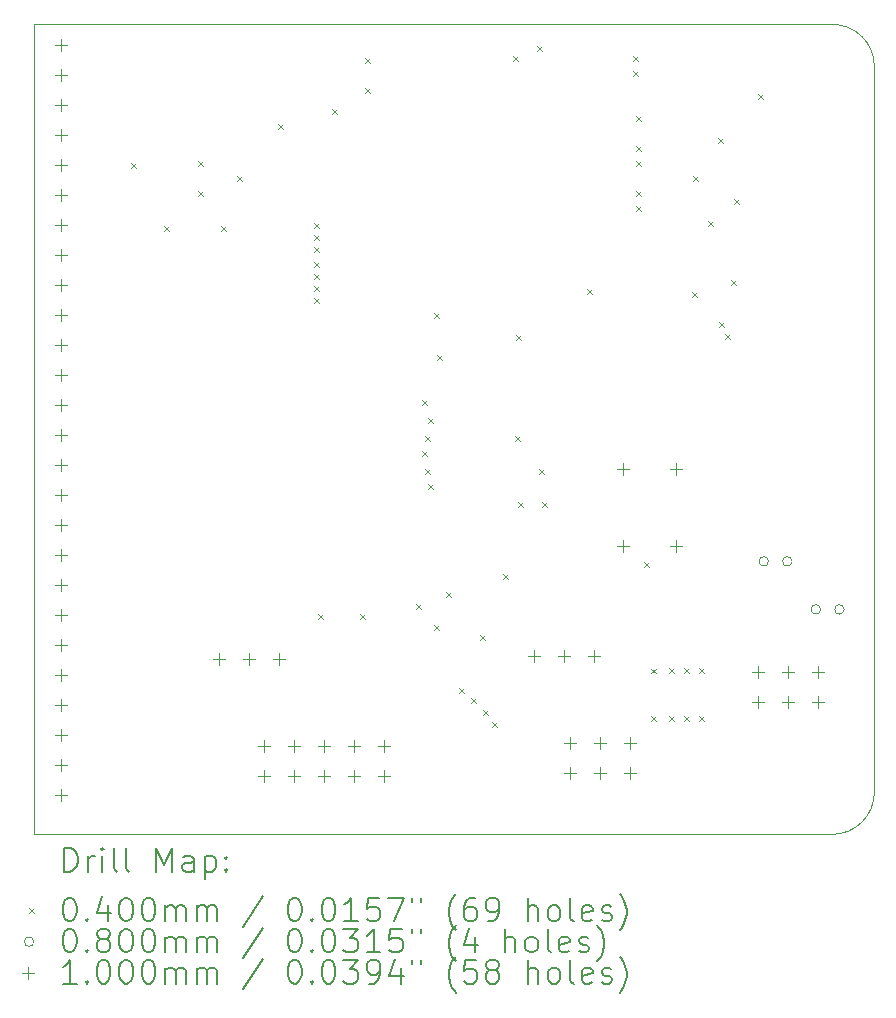
<source format=gbr>
%FSLAX45Y45*%
G04 Gerber Fmt 4.5, Leading zero omitted, Abs format (unit mm)*
G04 Created by KiCad (PCBNEW (6.0.0)) date 2022-01-04 00:38:17*
%MOMM*%
%LPD*%
G01*
G04 APERTURE LIST*
%TA.AperFunction,Profile*%
%ADD10C,0.100000*%
%TD*%
%ADD11C,0.200000*%
%ADD12C,0.040000*%
%ADD13C,0.080000*%
%ADD14C,0.100000*%
G04 APERTURE END LIST*
D10*
X18948400Y-11938000D02*
G75*
G03*
X19304000Y-11582400I0J355600D01*
G01*
X18948400Y-5080000D02*
X12192000Y-5080000D01*
X19304000Y-11582400D02*
X19304000Y-5435600D01*
X12192000Y-5080000D02*
X12192000Y-11938000D01*
X12192000Y-11938000D02*
X18948400Y-11938000D01*
X19304000Y-5435600D02*
G75*
G03*
X18948400Y-5080000I-355600J0D01*
G01*
D11*
D12*
X13010200Y-6253800D02*
X13050200Y-6293800D01*
X13050200Y-6253800D02*
X13010200Y-6293800D01*
X13289600Y-6787200D02*
X13329600Y-6827200D01*
X13329600Y-6787200D02*
X13289600Y-6827200D01*
X13581700Y-6241100D02*
X13621700Y-6281100D01*
X13621700Y-6241100D02*
X13581700Y-6281100D01*
X13581700Y-6495100D02*
X13621700Y-6535100D01*
X13621700Y-6495100D02*
X13581700Y-6535100D01*
X13772200Y-6787200D02*
X13812200Y-6827200D01*
X13812200Y-6787200D02*
X13772200Y-6827200D01*
X13911900Y-6368100D02*
X13951900Y-6408100D01*
X13951900Y-6368100D02*
X13911900Y-6408100D01*
X14254800Y-5923600D02*
X14294800Y-5963600D01*
X14294800Y-5923600D02*
X14254800Y-5963600D01*
X14559600Y-6761800D02*
X14599600Y-6801800D01*
X14599600Y-6761800D02*
X14559600Y-6801800D01*
X14559600Y-6863400D02*
X14599600Y-6903400D01*
X14599600Y-6863400D02*
X14559600Y-6903400D01*
X14559600Y-6965000D02*
X14599600Y-7005000D01*
X14599600Y-6965000D02*
X14559600Y-7005000D01*
X14559600Y-7092000D02*
X14599600Y-7132000D01*
X14599600Y-7092000D02*
X14559600Y-7132000D01*
X14559600Y-7193600D02*
X14599600Y-7233600D01*
X14599600Y-7193600D02*
X14559600Y-7233600D01*
X14559600Y-7295200D02*
X14599600Y-7335200D01*
X14599600Y-7295200D02*
X14559600Y-7335200D01*
X14559600Y-7396800D02*
X14599600Y-7436800D01*
X14599600Y-7396800D02*
X14559600Y-7436800D01*
X14597700Y-10076500D02*
X14637700Y-10116500D01*
X14637700Y-10076500D02*
X14597700Y-10116500D01*
X14712000Y-5796600D02*
X14752000Y-5836600D01*
X14752000Y-5796600D02*
X14712000Y-5836600D01*
X14953300Y-10076500D02*
X14993300Y-10116500D01*
X14993300Y-10076500D02*
X14953300Y-10116500D01*
X14991400Y-5364800D02*
X15031400Y-5404800D01*
X15031400Y-5364800D02*
X14991400Y-5404800D01*
X14991400Y-5618800D02*
X15031400Y-5658800D01*
X15031400Y-5618800D02*
X14991400Y-5658800D01*
X15423200Y-9987600D02*
X15463200Y-10027600D01*
X15463200Y-9987600D02*
X15423200Y-10027600D01*
X15474000Y-8260400D02*
X15514000Y-8300400D01*
X15514000Y-8260400D02*
X15474000Y-8300400D01*
X15474000Y-8692200D02*
X15514000Y-8732200D01*
X15514000Y-8692200D02*
X15474000Y-8732200D01*
X15499400Y-8565200D02*
X15539400Y-8605200D01*
X15539400Y-8565200D02*
X15499400Y-8605200D01*
X15499400Y-8844600D02*
X15539400Y-8884600D01*
X15539400Y-8844600D02*
X15499400Y-8884600D01*
X15524800Y-8412800D02*
X15564800Y-8452800D01*
X15564800Y-8412800D02*
X15524800Y-8452800D01*
X15524800Y-8971600D02*
X15564800Y-9011600D01*
X15564800Y-8971600D02*
X15524800Y-9011600D01*
X15575600Y-7523800D02*
X15615600Y-7563800D01*
X15615600Y-7523800D02*
X15575600Y-7563800D01*
X15575600Y-10165400D02*
X15615600Y-10205400D01*
X15615600Y-10165400D02*
X15575600Y-10205400D01*
X15601000Y-7879400D02*
X15641000Y-7919400D01*
X15641000Y-7879400D02*
X15601000Y-7919400D01*
X15677200Y-9886000D02*
X15717200Y-9926000D01*
X15717200Y-9886000D02*
X15677200Y-9926000D01*
X15791500Y-10699852D02*
X15831500Y-10739852D01*
X15831500Y-10699852D02*
X15791500Y-10739852D01*
X15893100Y-10787700D02*
X15933100Y-10827700D01*
X15933100Y-10787700D02*
X15893100Y-10827700D01*
X15969300Y-10254300D02*
X16009300Y-10294300D01*
X16009300Y-10254300D02*
X15969300Y-10294300D01*
X15994700Y-10889300D02*
X16034700Y-10929300D01*
X16034700Y-10889300D02*
X15994700Y-10929300D01*
X16070900Y-10990900D02*
X16110900Y-11030900D01*
X16110900Y-10990900D02*
X16070900Y-11030900D01*
X16159800Y-9733600D02*
X16199800Y-9773600D01*
X16199800Y-9733600D02*
X16159800Y-9773600D01*
X16248700Y-5352100D02*
X16288700Y-5392100D01*
X16288700Y-5352100D02*
X16248700Y-5392100D01*
X16261400Y-8565200D02*
X16301400Y-8605200D01*
X16301400Y-8565200D02*
X16261400Y-8605200D01*
X16274100Y-7714300D02*
X16314100Y-7754300D01*
X16314100Y-7714300D02*
X16274100Y-7754300D01*
X16286800Y-9124000D02*
X16326800Y-9164000D01*
X16326800Y-9124000D02*
X16286800Y-9164000D01*
X16450668Y-5263200D02*
X16490668Y-5303200D01*
X16490668Y-5263200D02*
X16450668Y-5303200D01*
X16464600Y-8844600D02*
X16504600Y-8884600D01*
X16504600Y-8844600D02*
X16464600Y-8884600D01*
X16490000Y-9124000D02*
X16530000Y-9164000D01*
X16530000Y-9124000D02*
X16490000Y-9164000D01*
X16871000Y-7320600D02*
X16911000Y-7360600D01*
X16911000Y-7320600D02*
X16871000Y-7360600D01*
X17264700Y-5352100D02*
X17304700Y-5392100D01*
X17304700Y-5352100D02*
X17264700Y-5392100D01*
X17264700Y-5479100D02*
X17304700Y-5519100D01*
X17304700Y-5479100D02*
X17264700Y-5519100D01*
X17290100Y-5860100D02*
X17330100Y-5900100D01*
X17330100Y-5860100D02*
X17290100Y-5900100D01*
X17290100Y-6114100D02*
X17330100Y-6154100D01*
X17330100Y-6114100D02*
X17290100Y-6154100D01*
X17290100Y-6241100D02*
X17330100Y-6281100D01*
X17330100Y-6241100D02*
X17290100Y-6281100D01*
X17290100Y-6495100D02*
X17330100Y-6535100D01*
X17330100Y-6495100D02*
X17290100Y-6535100D01*
X17290100Y-6622100D02*
X17330100Y-6662100D01*
X17330100Y-6622100D02*
X17290100Y-6662100D01*
X17353600Y-9632000D02*
X17393600Y-9672000D01*
X17393600Y-9632000D02*
X17353600Y-9672000D01*
X17415650Y-10535150D02*
X17455650Y-10575150D01*
X17455650Y-10535150D02*
X17415650Y-10575150D01*
X17415650Y-10940100D02*
X17455650Y-10980100D01*
X17455650Y-10940100D02*
X17415650Y-10980100D01*
X17569500Y-10533700D02*
X17609500Y-10573700D01*
X17609500Y-10533700D02*
X17569500Y-10573700D01*
X17569500Y-10940100D02*
X17609500Y-10980100D01*
X17609500Y-10940100D02*
X17569500Y-10980100D01*
X17696500Y-10533700D02*
X17736500Y-10573700D01*
X17736500Y-10533700D02*
X17696500Y-10573700D01*
X17696500Y-10940100D02*
X17736500Y-10980100D01*
X17736500Y-10940100D02*
X17696500Y-10980100D01*
X17760000Y-7346000D02*
X17800000Y-7386000D01*
X17800000Y-7346000D02*
X17760000Y-7386000D01*
X17772700Y-6368100D02*
X17812700Y-6408100D01*
X17812700Y-6368100D02*
X17772700Y-6408100D01*
X17823500Y-10533700D02*
X17863500Y-10573700D01*
X17863500Y-10533700D02*
X17823500Y-10573700D01*
X17823500Y-10940100D02*
X17863500Y-10980100D01*
X17863500Y-10940100D02*
X17823500Y-10980100D01*
X17899700Y-6749100D02*
X17939700Y-6789100D01*
X17939700Y-6749100D02*
X17899700Y-6789100D01*
X17979651Y-6046249D02*
X18019651Y-6086249D01*
X18019651Y-6046249D02*
X17979651Y-6086249D01*
X17988600Y-7600000D02*
X18028600Y-7640000D01*
X18028600Y-7600000D02*
X17988600Y-7640000D01*
X18039400Y-7701600D02*
X18079400Y-7741600D01*
X18079400Y-7701600D02*
X18039400Y-7741600D01*
X18090200Y-7244400D02*
X18130200Y-7284400D01*
X18130200Y-7244400D02*
X18090200Y-7284400D01*
X18115600Y-6558600D02*
X18155600Y-6598600D01*
X18155600Y-6558600D02*
X18115600Y-6598600D01*
X18318800Y-5669600D02*
X18358800Y-5709600D01*
X18358800Y-5669600D02*
X18318800Y-5709600D01*
D13*
X18407400Y-9626600D02*
G75*
G03*
X18407400Y-9626600I-40000J0D01*
G01*
X18607400Y-9626600D02*
G75*
G03*
X18607400Y-9626600I-40000J0D01*
G01*
X18848178Y-10033000D02*
G75*
G03*
X18848178Y-10033000I-40000J0D01*
G01*
X19048178Y-10033000D02*
G75*
G03*
X19048178Y-10033000I-40000J0D01*
G01*
D14*
X12420600Y-5207800D02*
X12420600Y-5307800D01*
X12370600Y-5257800D02*
X12470600Y-5257800D01*
X12420600Y-5461800D02*
X12420600Y-5561800D01*
X12370600Y-5511800D02*
X12470600Y-5511800D01*
X12420600Y-5715800D02*
X12420600Y-5815800D01*
X12370600Y-5765800D02*
X12470600Y-5765800D01*
X12420600Y-5969800D02*
X12420600Y-6069800D01*
X12370600Y-6019800D02*
X12470600Y-6019800D01*
X12420600Y-6223800D02*
X12420600Y-6323800D01*
X12370600Y-6273800D02*
X12470600Y-6273800D01*
X12420600Y-6477800D02*
X12420600Y-6577800D01*
X12370600Y-6527800D02*
X12470600Y-6527800D01*
X12420600Y-6731800D02*
X12420600Y-6831800D01*
X12370600Y-6781800D02*
X12470600Y-6781800D01*
X12420600Y-6985800D02*
X12420600Y-7085800D01*
X12370600Y-7035800D02*
X12470600Y-7035800D01*
X12420600Y-7239800D02*
X12420600Y-7339800D01*
X12370600Y-7289800D02*
X12470600Y-7289800D01*
X12420600Y-7493800D02*
X12420600Y-7593800D01*
X12370600Y-7543800D02*
X12470600Y-7543800D01*
X12420600Y-7747800D02*
X12420600Y-7847800D01*
X12370600Y-7797800D02*
X12470600Y-7797800D01*
X12420600Y-8001800D02*
X12420600Y-8101800D01*
X12370600Y-8051800D02*
X12470600Y-8051800D01*
X12420600Y-8255800D02*
X12420600Y-8355800D01*
X12370600Y-8305800D02*
X12470600Y-8305800D01*
X12420600Y-8509800D02*
X12420600Y-8609800D01*
X12370600Y-8559800D02*
X12470600Y-8559800D01*
X12420600Y-8763800D02*
X12420600Y-8863800D01*
X12370600Y-8813800D02*
X12470600Y-8813800D01*
X12420600Y-9017800D02*
X12420600Y-9117800D01*
X12370600Y-9067800D02*
X12470600Y-9067800D01*
X12420600Y-9271800D02*
X12420600Y-9371800D01*
X12370600Y-9321800D02*
X12470600Y-9321800D01*
X12420600Y-9525800D02*
X12420600Y-9625800D01*
X12370600Y-9575800D02*
X12470600Y-9575800D01*
X12420600Y-9779800D02*
X12420600Y-9879800D01*
X12370600Y-9829800D02*
X12470600Y-9829800D01*
X12420600Y-10033800D02*
X12420600Y-10133800D01*
X12370600Y-10083800D02*
X12470600Y-10083800D01*
X12420600Y-10287800D02*
X12420600Y-10387800D01*
X12370600Y-10337800D02*
X12470600Y-10337800D01*
X12420600Y-10541800D02*
X12420600Y-10641800D01*
X12370600Y-10591800D02*
X12470600Y-10591800D01*
X12420600Y-10795800D02*
X12420600Y-10895800D01*
X12370600Y-10845800D02*
X12470600Y-10845800D01*
X12420600Y-11049800D02*
X12420600Y-11149800D01*
X12370600Y-11099800D02*
X12470600Y-11099800D01*
X12420600Y-11303800D02*
X12420600Y-11403800D01*
X12370600Y-11353800D02*
X12470600Y-11353800D01*
X12420600Y-11557800D02*
X12420600Y-11657800D01*
X12370600Y-11607800D02*
X12470600Y-11607800D01*
X13754100Y-10402100D02*
X13754100Y-10502100D01*
X13704100Y-10452100D02*
X13804100Y-10452100D01*
X14008100Y-10402100D02*
X14008100Y-10502100D01*
X13958100Y-10452100D02*
X14058100Y-10452100D01*
X14134600Y-11137750D02*
X14134600Y-11237750D01*
X14084600Y-11187750D02*
X14184600Y-11187750D01*
X14134600Y-11391750D02*
X14134600Y-11491750D01*
X14084600Y-11441750D02*
X14184600Y-11441750D01*
X14262100Y-10402100D02*
X14262100Y-10502100D01*
X14212100Y-10452100D02*
X14312100Y-10452100D01*
X14388600Y-11137750D02*
X14388600Y-11237750D01*
X14338600Y-11187750D02*
X14438600Y-11187750D01*
X14388600Y-11391750D02*
X14388600Y-11491750D01*
X14338600Y-11441750D02*
X14438600Y-11441750D01*
X14642600Y-11137750D02*
X14642600Y-11237750D01*
X14592600Y-11187750D02*
X14692600Y-11187750D01*
X14642600Y-11391750D02*
X14642600Y-11491750D01*
X14592600Y-11441750D02*
X14692600Y-11441750D01*
X14896600Y-11137750D02*
X14896600Y-11237750D01*
X14846600Y-11187750D02*
X14946600Y-11187750D01*
X14896600Y-11391750D02*
X14896600Y-11491750D01*
X14846600Y-11441750D02*
X14946600Y-11441750D01*
X15150600Y-11137750D02*
X15150600Y-11237750D01*
X15100600Y-11187750D02*
X15200600Y-11187750D01*
X15150600Y-11391750D02*
X15150600Y-11491750D01*
X15100600Y-11441750D02*
X15200600Y-11441750D01*
X16419600Y-10376700D02*
X16419600Y-10476700D01*
X16369600Y-10426700D02*
X16469600Y-10426700D01*
X16673600Y-10376700D02*
X16673600Y-10476700D01*
X16623600Y-10426700D02*
X16723600Y-10426700D01*
X16725400Y-11112350D02*
X16725400Y-11212350D01*
X16675400Y-11162350D02*
X16775400Y-11162350D01*
X16725400Y-11366350D02*
X16725400Y-11466350D01*
X16675400Y-11416350D02*
X16775400Y-11416350D01*
X16927600Y-10376700D02*
X16927600Y-10476700D01*
X16877600Y-10426700D02*
X16977600Y-10426700D01*
X16979400Y-11112350D02*
X16979400Y-11212350D01*
X16929400Y-11162350D02*
X17029400Y-11162350D01*
X16979400Y-11366350D02*
X16979400Y-11466350D01*
X16929400Y-11416350D02*
X17029400Y-11416350D01*
X17174000Y-8794400D02*
X17174000Y-8894400D01*
X17124000Y-8844400D02*
X17224000Y-8844400D01*
X17174000Y-9444400D02*
X17174000Y-9544400D01*
X17124000Y-9494400D02*
X17224000Y-9494400D01*
X17233400Y-11112350D02*
X17233400Y-11212350D01*
X17183400Y-11162350D02*
X17283400Y-11162350D01*
X17233400Y-11366350D02*
X17233400Y-11466350D01*
X17183400Y-11416350D02*
X17283400Y-11416350D01*
X17624000Y-8794400D02*
X17624000Y-8894400D01*
X17574000Y-8844400D02*
X17674000Y-8844400D01*
X17624000Y-9444400D02*
X17624000Y-9544400D01*
X17574000Y-9494400D02*
X17674000Y-9494400D01*
X18317989Y-10515900D02*
X18317989Y-10615900D01*
X18267989Y-10565900D02*
X18367989Y-10565900D01*
X18317989Y-10769900D02*
X18317989Y-10869900D01*
X18267989Y-10819900D02*
X18367989Y-10819900D01*
X18571989Y-10515900D02*
X18571989Y-10615900D01*
X18521989Y-10565900D02*
X18621989Y-10565900D01*
X18571989Y-10769900D02*
X18571989Y-10869900D01*
X18521989Y-10819900D02*
X18621989Y-10819900D01*
X18825989Y-10515900D02*
X18825989Y-10615900D01*
X18775989Y-10565900D02*
X18875989Y-10565900D01*
X18825989Y-10769900D02*
X18825989Y-10869900D01*
X18775989Y-10819900D02*
X18875989Y-10819900D01*
D11*
X12444619Y-12253476D02*
X12444619Y-12053476D01*
X12492238Y-12053476D01*
X12520809Y-12063000D01*
X12539857Y-12082048D01*
X12549381Y-12101095D01*
X12558905Y-12139190D01*
X12558905Y-12167762D01*
X12549381Y-12205857D01*
X12539857Y-12224905D01*
X12520809Y-12243952D01*
X12492238Y-12253476D01*
X12444619Y-12253476D01*
X12644619Y-12253476D02*
X12644619Y-12120143D01*
X12644619Y-12158238D02*
X12654143Y-12139190D01*
X12663667Y-12129667D01*
X12682714Y-12120143D01*
X12701762Y-12120143D01*
X12768428Y-12253476D02*
X12768428Y-12120143D01*
X12768428Y-12053476D02*
X12758905Y-12063000D01*
X12768428Y-12072524D01*
X12777952Y-12063000D01*
X12768428Y-12053476D01*
X12768428Y-12072524D01*
X12892238Y-12253476D02*
X12873190Y-12243952D01*
X12863667Y-12224905D01*
X12863667Y-12053476D01*
X12997000Y-12253476D02*
X12977952Y-12243952D01*
X12968428Y-12224905D01*
X12968428Y-12053476D01*
X13225571Y-12253476D02*
X13225571Y-12053476D01*
X13292238Y-12196333D01*
X13358905Y-12053476D01*
X13358905Y-12253476D01*
X13539857Y-12253476D02*
X13539857Y-12148714D01*
X13530333Y-12129667D01*
X13511286Y-12120143D01*
X13473190Y-12120143D01*
X13454143Y-12129667D01*
X13539857Y-12243952D02*
X13520809Y-12253476D01*
X13473190Y-12253476D01*
X13454143Y-12243952D01*
X13444619Y-12224905D01*
X13444619Y-12205857D01*
X13454143Y-12186809D01*
X13473190Y-12177286D01*
X13520809Y-12177286D01*
X13539857Y-12167762D01*
X13635095Y-12120143D02*
X13635095Y-12320143D01*
X13635095Y-12129667D02*
X13654143Y-12120143D01*
X13692238Y-12120143D01*
X13711286Y-12129667D01*
X13720809Y-12139190D01*
X13730333Y-12158238D01*
X13730333Y-12215381D01*
X13720809Y-12234428D01*
X13711286Y-12243952D01*
X13692238Y-12253476D01*
X13654143Y-12253476D01*
X13635095Y-12243952D01*
X13816048Y-12234428D02*
X13825571Y-12243952D01*
X13816048Y-12253476D01*
X13806524Y-12243952D01*
X13816048Y-12234428D01*
X13816048Y-12253476D01*
X13816048Y-12129667D02*
X13825571Y-12139190D01*
X13816048Y-12148714D01*
X13806524Y-12139190D01*
X13816048Y-12129667D01*
X13816048Y-12148714D01*
D12*
X12147000Y-12563000D02*
X12187000Y-12603000D01*
X12187000Y-12563000D02*
X12147000Y-12603000D01*
D11*
X12482714Y-12473476D02*
X12501762Y-12473476D01*
X12520809Y-12483000D01*
X12530333Y-12492524D01*
X12539857Y-12511571D01*
X12549381Y-12549667D01*
X12549381Y-12597286D01*
X12539857Y-12635381D01*
X12530333Y-12654428D01*
X12520809Y-12663952D01*
X12501762Y-12673476D01*
X12482714Y-12673476D01*
X12463667Y-12663952D01*
X12454143Y-12654428D01*
X12444619Y-12635381D01*
X12435095Y-12597286D01*
X12435095Y-12549667D01*
X12444619Y-12511571D01*
X12454143Y-12492524D01*
X12463667Y-12483000D01*
X12482714Y-12473476D01*
X12635095Y-12654428D02*
X12644619Y-12663952D01*
X12635095Y-12673476D01*
X12625571Y-12663952D01*
X12635095Y-12654428D01*
X12635095Y-12673476D01*
X12816048Y-12540143D02*
X12816048Y-12673476D01*
X12768428Y-12463952D02*
X12720809Y-12606809D01*
X12844619Y-12606809D01*
X12958905Y-12473476D02*
X12977952Y-12473476D01*
X12997000Y-12483000D01*
X13006524Y-12492524D01*
X13016048Y-12511571D01*
X13025571Y-12549667D01*
X13025571Y-12597286D01*
X13016048Y-12635381D01*
X13006524Y-12654428D01*
X12997000Y-12663952D01*
X12977952Y-12673476D01*
X12958905Y-12673476D01*
X12939857Y-12663952D01*
X12930333Y-12654428D01*
X12920809Y-12635381D01*
X12911286Y-12597286D01*
X12911286Y-12549667D01*
X12920809Y-12511571D01*
X12930333Y-12492524D01*
X12939857Y-12483000D01*
X12958905Y-12473476D01*
X13149381Y-12473476D02*
X13168428Y-12473476D01*
X13187476Y-12483000D01*
X13197000Y-12492524D01*
X13206524Y-12511571D01*
X13216048Y-12549667D01*
X13216048Y-12597286D01*
X13206524Y-12635381D01*
X13197000Y-12654428D01*
X13187476Y-12663952D01*
X13168428Y-12673476D01*
X13149381Y-12673476D01*
X13130333Y-12663952D01*
X13120809Y-12654428D01*
X13111286Y-12635381D01*
X13101762Y-12597286D01*
X13101762Y-12549667D01*
X13111286Y-12511571D01*
X13120809Y-12492524D01*
X13130333Y-12483000D01*
X13149381Y-12473476D01*
X13301762Y-12673476D02*
X13301762Y-12540143D01*
X13301762Y-12559190D02*
X13311286Y-12549667D01*
X13330333Y-12540143D01*
X13358905Y-12540143D01*
X13377952Y-12549667D01*
X13387476Y-12568714D01*
X13387476Y-12673476D01*
X13387476Y-12568714D02*
X13397000Y-12549667D01*
X13416048Y-12540143D01*
X13444619Y-12540143D01*
X13463667Y-12549667D01*
X13473190Y-12568714D01*
X13473190Y-12673476D01*
X13568428Y-12673476D02*
X13568428Y-12540143D01*
X13568428Y-12559190D02*
X13577952Y-12549667D01*
X13597000Y-12540143D01*
X13625571Y-12540143D01*
X13644619Y-12549667D01*
X13654143Y-12568714D01*
X13654143Y-12673476D01*
X13654143Y-12568714D02*
X13663667Y-12549667D01*
X13682714Y-12540143D01*
X13711286Y-12540143D01*
X13730333Y-12549667D01*
X13739857Y-12568714D01*
X13739857Y-12673476D01*
X14130333Y-12463952D02*
X13958905Y-12721095D01*
X14387476Y-12473476D02*
X14406524Y-12473476D01*
X14425571Y-12483000D01*
X14435095Y-12492524D01*
X14444619Y-12511571D01*
X14454143Y-12549667D01*
X14454143Y-12597286D01*
X14444619Y-12635381D01*
X14435095Y-12654428D01*
X14425571Y-12663952D01*
X14406524Y-12673476D01*
X14387476Y-12673476D01*
X14368428Y-12663952D01*
X14358905Y-12654428D01*
X14349381Y-12635381D01*
X14339857Y-12597286D01*
X14339857Y-12549667D01*
X14349381Y-12511571D01*
X14358905Y-12492524D01*
X14368428Y-12483000D01*
X14387476Y-12473476D01*
X14539857Y-12654428D02*
X14549381Y-12663952D01*
X14539857Y-12673476D01*
X14530333Y-12663952D01*
X14539857Y-12654428D01*
X14539857Y-12673476D01*
X14673190Y-12473476D02*
X14692238Y-12473476D01*
X14711286Y-12483000D01*
X14720809Y-12492524D01*
X14730333Y-12511571D01*
X14739857Y-12549667D01*
X14739857Y-12597286D01*
X14730333Y-12635381D01*
X14720809Y-12654428D01*
X14711286Y-12663952D01*
X14692238Y-12673476D01*
X14673190Y-12673476D01*
X14654143Y-12663952D01*
X14644619Y-12654428D01*
X14635095Y-12635381D01*
X14625571Y-12597286D01*
X14625571Y-12549667D01*
X14635095Y-12511571D01*
X14644619Y-12492524D01*
X14654143Y-12483000D01*
X14673190Y-12473476D01*
X14930333Y-12673476D02*
X14816048Y-12673476D01*
X14873190Y-12673476D02*
X14873190Y-12473476D01*
X14854143Y-12502048D01*
X14835095Y-12521095D01*
X14816048Y-12530619D01*
X15111286Y-12473476D02*
X15016048Y-12473476D01*
X15006524Y-12568714D01*
X15016048Y-12559190D01*
X15035095Y-12549667D01*
X15082714Y-12549667D01*
X15101762Y-12559190D01*
X15111286Y-12568714D01*
X15120809Y-12587762D01*
X15120809Y-12635381D01*
X15111286Y-12654428D01*
X15101762Y-12663952D01*
X15082714Y-12673476D01*
X15035095Y-12673476D01*
X15016048Y-12663952D01*
X15006524Y-12654428D01*
X15187476Y-12473476D02*
X15320809Y-12473476D01*
X15235095Y-12673476D01*
X15387476Y-12473476D02*
X15387476Y-12511571D01*
X15463667Y-12473476D02*
X15463667Y-12511571D01*
X15758905Y-12749667D02*
X15749381Y-12740143D01*
X15730333Y-12711571D01*
X15720809Y-12692524D01*
X15711286Y-12663952D01*
X15701762Y-12616333D01*
X15701762Y-12578238D01*
X15711286Y-12530619D01*
X15720809Y-12502048D01*
X15730333Y-12483000D01*
X15749381Y-12454428D01*
X15758905Y-12444905D01*
X15920809Y-12473476D02*
X15882714Y-12473476D01*
X15863667Y-12483000D01*
X15854143Y-12492524D01*
X15835095Y-12521095D01*
X15825571Y-12559190D01*
X15825571Y-12635381D01*
X15835095Y-12654428D01*
X15844619Y-12663952D01*
X15863667Y-12673476D01*
X15901762Y-12673476D01*
X15920809Y-12663952D01*
X15930333Y-12654428D01*
X15939857Y-12635381D01*
X15939857Y-12587762D01*
X15930333Y-12568714D01*
X15920809Y-12559190D01*
X15901762Y-12549667D01*
X15863667Y-12549667D01*
X15844619Y-12559190D01*
X15835095Y-12568714D01*
X15825571Y-12587762D01*
X16035095Y-12673476D02*
X16073190Y-12673476D01*
X16092238Y-12663952D01*
X16101762Y-12654428D01*
X16120809Y-12625857D01*
X16130333Y-12587762D01*
X16130333Y-12511571D01*
X16120809Y-12492524D01*
X16111286Y-12483000D01*
X16092238Y-12473476D01*
X16054143Y-12473476D01*
X16035095Y-12483000D01*
X16025571Y-12492524D01*
X16016048Y-12511571D01*
X16016048Y-12559190D01*
X16025571Y-12578238D01*
X16035095Y-12587762D01*
X16054143Y-12597286D01*
X16092238Y-12597286D01*
X16111286Y-12587762D01*
X16120809Y-12578238D01*
X16130333Y-12559190D01*
X16368428Y-12673476D02*
X16368428Y-12473476D01*
X16454143Y-12673476D02*
X16454143Y-12568714D01*
X16444619Y-12549667D01*
X16425571Y-12540143D01*
X16397000Y-12540143D01*
X16377952Y-12549667D01*
X16368428Y-12559190D01*
X16577952Y-12673476D02*
X16558905Y-12663952D01*
X16549381Y-12654428D01*
X16539857Y-12635381D01*
X16539857Y-12578238D01*
X16549381Y-12559190D01*
X16558905Y-12549667D01*
X16577952Y-12540143D01*
X16606524Y-12540143D01*
X16625571Y-12549667D01*
X16635095Y-12559190D01*
X16644619Y-12578238D01*
X16644619Y-12635381D01*
X16635095Y-12654428D01*
X16625571Y-12663952D01*
X16606524Y-12673476D01*
X16577952Y-12673476D01*
X16758905Y-12673476D02*
X16739857Y-12663952D01*
X16730333Y-12644905D01*
X16730333Y-12473476D01*
X16911286Y-12663952D02*
X16892238Y-12673476D01*
X16854143Y-12673476D01*
X16835095Y-12663952D01*
X16825571Y-12644905D01*
X16825571Y-12568714D01*
X16835095Y-12549667D01*
X16854143Y-12540143D01*
X16892238Y-12540143D01*
X16911286Y-12549667D01*
X16920810Y-12568714D01*
X16920810Y-12587762D01*
X16825571Y-12606809D01*
X16997000Y-12663952D02*
X17016048Y-12673476D01*
X17054143Y-12673476D01*
X17073190Y-12663952D01*
X17082714Y-12644905D01*
X17082714Y-12635381D01*
X17073190Y-12616333D01*
X17054143Y-12606809D01*
X17025571Y-12606809D01*
X17006524Y-12597286D01*
X16997000Y-12578238D01*
X16997000Y-12568714D01*
X17006524Y-12549667D01*
X17025571Y-12540143D01*
X17054143Y-12540143D01*
X17073190Y-12549667D01*
X17149381Y-12749667D02*
X17158905Y-12740143D01*
X17177952Y-12711571D01*
X17187476Y-12692524D01*
X17197000Y-12663952D01*
X17206524Y-12616333D01*
X17206524Y-12578238D01*
X17197000Y-12530619D01*
X17187476Y-12502048D01*
X17177952Y-12483000D01*
X17158905Y-12454428D01*
X17149381Y-12444905D01*
D13*
X12187000Y-12847000D02*
G75*
G03*
X12187000Y-12847000I-40000J0D01*
G01*
D11*
X12482714Y-12737476D02*
X12501762Y-12737476D01*
X12520809Y-12747000D01*
X12530333Y-12756524D01*
X12539857Y-12775571D01*
X12549381Y-12813667D01*
X12549381Y-12861286D01*
X12539857Y-12899381D01*
X12530333Y-12918428D01*
X12520809Y-12927952D01*
X12501762Y-12937476D01*
X12482714Y-12937476D01*
X12463667Y-12927952D01*
X12454143Y-12918428D01*
X12444619Y-12899381D01*
X12435095Y-12861286D01*
X12435095Y-12813667D01*
X12444619Y-12775571D01*
X12454143Y-12756524D01*
X12463667Y-12747000D01*
X12482714Y-12737476D01*
X12635095Y-12918428D02*
X12644619Y-12927952D01*
X12635095Y-12937476D01*
X12625571Y-12927952D01*
X12635095Y-12918428D01*
X12635095Y-12937476D01*
X12758905Y-12823190D02*
X12739857Y-12813667D01*
X12730333Y-12804143D01*
X12720809Y-12785095D01*
X12720809Y-12775571D01*
X12730333Y-12756524D01*
X12739857Y-12747000D01*
X12758905Y-12737476D01*
X12797000Y-12737476D01*
X12816048Y-12747000D01*
X12825571Y-12756524D01*
X12835095Y-12775571D01*
X12835095Y-12785095D01*
X12825571Y-12804143D01*
X12816048Y-12813667D01*
X12797000Y-12823190D01*
X12758905Y-12823190D01*
X12739857Y-12832714D01*
X12730333Y-12842238D01*
X12720809Y-12861286D01*
X12720809Y-12899381D01*
X12730333Y-12918428D01*
X12739857Y-12927952D01*
X12758905Y-12937476D01*
X12797000Y-12937476D01*
X12816048Y-12927952D01*
X12825571Y-12918428D01*
X12835095Y-12899381D01*
X12835095Y-12861286D01*
X12825571Y-12842238D01*
X12816048Y-12832714D01*
X12797000Y-12823190D01*
X12958905Y-12737476D02*
X12977952Y-12737476D01*
X12997000Y-12747000D01*
X13006524Y-12756524D01*
X13016048Y-12775571D01*
X13025571Y-12813667D01*
X13025571Y-12861286D01*
X13016048Y-12899381D01*
X13006524Y-12918428D01*
X12997000Y-12927952D01*
X12977952Y-12937476D01*
X12958905Y-12937476D01*
X12939857Y-12927952D01*
X12930333Y-12918428D01*
X12920809Y-12899381D01*
X12911286Y-12861286D01*
X12911286Y-12813667D01*
X12920809Y-12775571D01*
X12930333Y-12756524D01*
X12939857Y-12747000D01*
X12958905Y-12737476D01*
X13149381Y-12737476D02*
X13168428Y-12737476D01*
X13187476Y-12747000D01*
X13197000Y-12756524D01*
X13206524Y-12775571D01*
X13216048Y-12813667D01*
X13216048Y-12861286D01*
X13206524Y-12899381D01*
X13197000Y-12918428D01*
X13187476Y-12927952D01*
X13168428Y-12937476D01*
X13149381Y-12937476D01*
X13130333Y-12927952D01*
X13120809Y-12918428D01*
X13111286Y-12899381D01*
X13101762Y-12861286D01*
X13101762Y-12813667D01*
X13111286Y-12775571D01*
X13120809Y-12756524D01*
X13130333Y-12747000D01*
X13149381Y-12737476D01*
X13301762Y-12937476D02*
X13301762Y-12804143D01*
X13301762Y-12823190D02*
X13311286Y-12813667D01*
X13330333Y-12804143D01*
X13358905Y-12804143D01*
X13377952Y-12813667D01*
X13387476Y-12832714D01*
X13387476Y-12937476D01*
X13387476Y-12832714D02*
X13397000Y-12813667D01*
X13416048Y-12804143D01*
X13444619Y-12804143D01*
X13463667Y-12813667D01*
X13473190Y-12832714D01*
X13473190Y-12937476D01*
X13568428Y-12937476D02*
X13568428Y-12804143D01*
X13568428Y-12823190D02*
X13577952Y-12813667D01*
X13597000Y-12804143D01*
X13625571Y-12804143D01*
X13644619Y-12813667D01*
X13654143Y-12832714D01*
X13654143Y-12937476D01*
X13654143Y-12832714D02*
X13663667Y-12813667D01*
X13682714Y-12804143D01*
X13711286Y-12804143D01*
X13730333Y-12813667D01*
X13739857Y-12832714D01*
X13739857Y-12937476D01*
X14130333Y-12727952D02*
X13958905Y-12985095D01*
X14387476Y-12737476D02*
X14406524Y-12737476D01*
X14425571Y-12747000D01*
X14435095Y-12756524D01*
X14444619Y-12775571D01*
X14454143Y-12813667D01*
X14454143Y-12861286D01*
X14444619Y-12899381D01*
X14435095Y-12918428D01*
X14425571Y-12927952D01*
X14406524Y-12937476D01*
X14387476Y-12937476D01*
X14368428Y-12927952D01*
X14358905Y-12918428D01*
X14349381Y-12899381D01*
X14339857Y-12861286D01*
X14339857Y-12813667D01*
X14349381Y-12775571D01*
X14358905Y-12756524D01*
X14368428Y-12747000D01*
X14387476Y-12737476D01*
X14539857Y-12918428D02*
X14549381Y-12927952D01*
X14539857Y-12937476D01*
X14530333Y-12927952D01*
X14539857Y-12918428D01*
X14539857Y-12937476D01*
X14673190Y-12737476D02*
X14692238Y-12737476D01*
X14711286Y-12747000D01*
X14720809Y-12756524D01*
X14730333Y-12775571D01*
X14739857Y-12813667D01*
X14739857Y-12861286D01*
X14730333Y-12899381D01*
X14720809Y-12918428D01*
X14711286Y-12927952D01*
X14692238Y-12937476D01*
X14673190Y-12937476D01*
X14654143Y-12927952D01*
X14644619Y-12918428D01*
X14635095Y-12899381D01*
X14625571Y-12861286D01*
X14625571Y-12813667D01*
X14635095Y-12775571D01*
X14644619Y-12756524D01*
X14654143Y-12747000D01*
X14673190Y-12737476D01*
X14806524Y-12737476D02*
X14930333Y-12737476D01*
X14863667Y-12813667D01*
X14892238Y-12813667D01*
X14911286Y-12823190D01*
X14920809Y-12832714D01*
X14930333Y-12851762D01*
X14930333Y-12899381D01*
X14920809Y-12918428D01*
X14911286Y-12927952D01*
X14892238Y-12937476D01*
X14835095Y-12937476D01*
X14816048Y-12927952D01*
X14806524Y-12918428D01*
X15120809Y-12937476D02*
X15006524Y-12937476D01*
X15063667Y-12937476D02*
X15063667Y-12737476D01*
X15044619Y-12766048D01*
X15025571Y-12785095D01*
X15006524Y-12794619D01*
X15301762Y-12737476D02*
X15206524Y-12737476D01*
X15197000Y-12832714D01*
X15206524Y-12823190D01*
X15225571Y-12813667D01*
X15273190Y-12813667D01*
X15292238Y-12823190D01*
X15301762Y-12832714D01*
X15311286Y-12851762D01*
X15311286Y-12899381D01*
X15301762Y-12918428D01*
X15292238Y-12927952D01*
X15273190Y-12937476D01*
X15225571Y-12937476D01*
X15206524Y-12927952D01*
X15197000Y-12918428D01*
X15387476Y-12737476D02*
X15387476Y-12775571D01*
X15463667Y-12737476D02*
X15463667Y-12775571D01*
X15758905Y-13013667D02*
X15749381Y-13004143D01*
X15730333Y-12975571D01*
X15720809Y-12956524D01*
X15711286Y-12927952D01*
X15701762Y-12880333D01*
X15701762Y-12842238D01*
X15711286Y-12794619D01*
X15720809Y-12766048D01*
X15730333Y-12747000D01*
X15749381Y-12718428D01*
X15758905Y-12708905D01*
X15920809Y-12804143D02*
X15920809Y-12937476D01*
X15873190Y-12727952D02*
X15825571Y-12870809D01*
X15949381Y-12870809D01*
X16177952Y-12937476D02*
X16177952Y-12737476D01*
X16263667Y-12937476D02*
X16263667Y-12832714D01*
X16254143Y-12813667D01*
X16235095Y-12804143D01*
X16206524Y-12804143D01*
X16187476Y-12813667D01*
X16177952Y-12823190D01*
X16387476Y-12937476D02*
X16368428Y-12927952D01*
X16358905Y-12918428D01*
X16349381Y-12899381D01*
X16349381Y-12842238D01*
X16358905Y-12823190D01*
X16368428Y-12813667D01*
X16387476Y-12804143D01*
X16416048Y-12804143D01*
X16435095Y-12813667D01*
X16444619Y-12823190D01*
X16454143Y-12842238D01*
X16454143Y-12899381D01*
X16444619Y-12918428D01*
X16435095Y-12927952D01*
X16416048Y-12937476D01*
X16387476Y-12937476D01*
X16568428Y-12937476D02*
X16549381Y-12927952D01*
X16539857Y-12908905D01*
X16539857Y-12737476D01*
X16720809Y-12927952D02*
X16701762Y-12937476D01*
X16663667Y-12937476D01*
X16644619Y-12927952D01*
X16635095Y-12908905D01*
X16635095Y-12832714D01*
X16644619Y-12813667D01*
X16663667Y-12804143D01*
X16701762Y-12804143D01*
X16720809Y-12813667D01*
X16730333Y-12832714D01*
X16730333Y-12851762D01*
X16635095Y-12870809D01*
X16806524Y-12927952D02*
X16825571Y-12937476D01*
X16863667Y-12937476D01*
X16882714Y-12927952D01*
X16892238Y-12908905D01*
X16892238Y-12899381D01*
X16882714Y-12880333D01*
X16863667Y-12870809D01*
X16835095Y-12870809D01*
X16816048Y-12861286D01*
X16806524Y-12842238D01*
X16806524Y-12832714D01*
X16816048Y-12813667D01*
X16835095Y-12804143D01*
X16863667Y-12804143D01*
X16882714Y-12813667D01*
X16958905Y-13013667D02*
X16968429Y-13004143D01*
X16987476Y-12975571D01*
X16997000Y-12956524D01*
X17006524Y-12927952D01*
X17016048Y-12880333D01*
X17016048Y-12842238D01*
X17006524Y-12794619D01*
X16997000Y-12766048D01*
X16987476Y-12747000D01*
X16968429Y-12718428D01*
X16958905Y-12708905D01*
D14*
X12137000Y-13061000D02*
X12137000Y-13161000D01*
X12087000Y-13111000D02*
X12187000Y-13111000D01*
D11*
X12549381Y-13201476D02*
X12435095Y-13201476D01*
X12492238Y-13201476D02*
X12492238Y-13001476D01*
X12473190Y-13030048D01*
X12454143Y-13049095D01*
X12435095Y-13058619D01*
X12635095Y-13182428D02*
X12644619Y-13191952D01*
X12635095Y-13201476D01*
X12625571Y-13191952D01*
X12635095Y-13182428D01*
X12635095Y-13201476D01*
X12768428Y-13001476D02*
X12787476Y-13001476D01*
X12806524Y-13011000D01*
X12816048Y-13020524D01*
X12825571Y-13039571D01*
X12835095Y-13077667D01*
X12835095Y-13125286D01*
X12825571Y-13163381D01*
X12816048Y-13182428D01*
X12806524Y-13191952D01*
X12787476Y-13201476D01*
X12768428Y-13201476D01*
X12749381Y-13191952D01*
X12739857Y-13182428D01*
X12730333Y-13163381D01*
X12720809Y-13125286D01*
X12720809Y-13077667D01*
X12730333Y-13039571D01*
X12739857Y-13020524D01*
X12749381Y-13011000D01*
X12768428Y-13001476D01*
X12958905Y-13001476D02*
X12977952Y-13001476D01*
X12997000Y-13011000D01*
X13006524Y-13020524D01*
X13016048Y-13039571D01*
X13025571Y-13077667D01*
X13025571Y-13125286D01*
X13016048Y-13163381D01*
X13006524Y-13182428D01*
X12997000Y-13191952D01*
X12977952Y-13201476D01*
X12958905Y-13201476D01*
X12939857Y-13191952D01*
X12930333Y-13182428D01*
X12920809Y-13163381D01*
X12911286Y-13125286D01*
X12911286Y-13077667D01*
X12920809Y-13039571D01*
X12930333Y-13020524D01*
X12939857Y-13011000D01*
X12958905Y-13001476D01*
X13149381Y-13001476D02*
X13168428Y-13001476D01*
X13187476Y-13011000D01*
X13197000Y-13020524D01*
X13206524Y-13039571D01*
X13216048Y-13077667D01*
X13216048Y-13125286D01*
X13206524Y-13163381D01*
X13197000Y-13182428D01*
X13187476Y-13191952D01*
X13168428Y-13201476D01*
X13149381Y-13201476D01*
X13130333Y-13191952D01*
X13120809Y-13182428D01*
X13111286Y-13163381D01*
X13101762Y-13125286D01*
X13101762Y-13077667D01*
X13111286Y-13039571D01*
X13120809Y-13020524D01*
X13130333Y-13011000D01*
X13149381Y-13001476D01*
X13301762Y-13201476D02*
X13301762Y-13068143D01*
X13301762Y-13087190D02*
X13311286Y-13077667D01*
X13330333Y-13068143D01*
X13358905Y-13068143D01*
X13377952Y-13077667D01*
X13387476Y-13096714D01*
X13387476Y-13201476D01*
X13387476Y-13096714D02*
X13397000Y-13077667D01*
X13416048Y-13068143D01*
X13444619Y-13068143D01*
X13463667Y-13077667D01*
X13473190Y-13096714D01*
X13473190Y-13201476D01*
X13568428Y-13201476D02*
X13568428Y-13068143D01*
X13568428Y-13087190D02*
X13577952Y-13077667D01*
X13597000Y-13068143D01*
X13625571Y-13068143D01*
X13644619Y-13077667D01*
X13654143Y-13096714D01*
X13654143Y-13201476D01*
X13654143Y-13096714D02*
X13663667Y-13077667D01*
X13682714Y-13068143D01*
X13711286Y-13068143D01*
X13730333Y-13077667D01*
X13739857Y-13096714D01*
X13739857Y-13201476D01*
X14130333Y-12991952D02*
X13958905Y-13249095D01*
X14387476Y-13001476D02*
X14406524Y-13001476D01*
X14425571Y-13011000D01*
X14435095Y-13020524D01*
X14444619Y-13039571D01*
X14454143Y-13077667D01*
X14454143Y-13125286D01*
X14444619Y-13163381D01*
X14435095Y-13182428D01*
X14425571Y-13191952D01*
X14406524Y-13201476D01*
X14387476Y-13201476D01*
X14368428Y-13191952D01*
X14358905Y-13182428D01*
X14349381Y-13163381D01*
X14339857Y-13125286D01*
X14339857Y-13077667D01*
X14349381Y-13039571D01*
X14358905Y-13020524D01*
X14368428Y-13011000D01*
X14387476Y-13001476D01*
X14539857Y-13182428D02*
X14549381Y-13191952D01*
X14539857Y-13201476D01*
X14530333Y-13191952D01*
X14539857Y-13182428D01*
X14539857Y-13201476D01*
X14673190Y-13001476D02*
X14692238Y-13001476D01*
X14711286Y-13011000D01*
X14720809Y-13020524D01*
X14730333Y-13039571D01*
X14739857Y-13077667D01*
X14739857Y-13125286D01*
X14730333Y-13163381D01*
X14720809Y-13182428D01*
X14711286Y-13191952D01*
X14692238Y-13201476D01*
X14673190Y-13201476D01*
X14654143Y-13191952D01*
X14644619Y-13182428D01*
X14635095Y-13163381D01*
X14625571Y-13125286D01*
X14625571Y-13077667D01*
X14635095Y-13039571D01*
X14644619Y-13020524D01*
X14654143Y-13011000D01*
X14673190Y-13001476D01*
X14806524Y-13001476D02*
X14930333Y-13001476D01*
X14863667Y-13077667D01*
X14892238Y-13077667D01*
X14911286Y-13087190D01*
X14920809Y-13096714D01*
X14930333Y-13115762D01*
X14930333Y-13163381D01*
X14920809Y-13182428D01*
X14911286Y-13191952D01*
X14892238Y-13201476D01*
X14835095Y-13201476D01*
X14816048Y-13191952D01*
X14806524Y-13182428D01*
X15025571Y-13201476D02*
X15063667Y-13201476D01*
X15082714Y-13191952D01*
X15092238Y-13182428D01*
X15111286Y-13153857D01*
X15120809Y-13115762D01*
X15120809Y-13039571D01*
X15111286Y-13020524D01*
X15101762Y-13011000D01*
X15082714Y-13001476D01*
X15044619Y-13001476D01*
X15025571Y-13011000D01*
X15016048Y-13020524D01*
X15006524Y-13039571D01*
X15006524Y-13087190D01*
X15016048Y-13106238D01*
X15025571Y-13115762D01*
X15044619Y-13125286D01*
X15082714Y-13125286D01*
X15101762Y-13115762D01*
X15111286Y-13106238D01*
X15120809Y-13087190D01*
X15292238Y-13068143D02*
X15292238Y-13201476D01*
X15244619Y-12991952D02*
X15197000Y-13134809D01*
X15320809Y-13134809D01*
X15387476Y-13001476D02*
X15387476Y-13039571D01*
X15463667Y-13001476D02*
X15463667Y-13039571D01*
X15758905Y-13277667D02*
X15749381Y-13268143D01*
X15730333Y-13239571D01*
X15720809Y-13220524D01*
X15711286Y-13191952D01*
X15701762Y-13144333D01*
X15701762Y-13106238D01*
X15711286Y-13058619D01*
X15720809Y-13030048D01*
X15730333Y-13011000D01*
X15749381Y-12982428D01*
X15758905Y-12972905D01*
X15930333Y-13001476D02*
X15835095Y-13001476D01*
X15825571Y-13096714D01*
X15835095Y-13087190D01*
X15854143Y-13077667D01*
X15901762Y-13077667D01*
X15920809Y-13087190D01*
X15930333Y-13096714D01*
X15939857Y-13115762D01*
X15939857Y-13163381D01*
X15930333Y-13182428D01*
X15920809Y-13191952D01*
X15901762Y-13201476D01*
X15854143Y-13201476D01*
X15835095Y-13191952D01*
X15825571Y-13182428D01*
X16054143Y-13087190D02*
X16035095Y-13077667D01*
X16025571Y-13068143D01*
X16016048Y-13049095D01*
X16016048Y-13039571D01*
X16025571Y-13020524D01*
X16035095Y-13011000D01*
X16054143Y-13001476D01*
X16092238Y-13001476D01*
X16111286Y-13011000D01*
X16120809Y-13020524D01*
X16130333Y-13039571D01*
X16130333Y-13049095D01*
X16120809Y-13068143D01*
X16111286Y-13077667D01*
X16092238Y-13087190D01*
X16054143Y-13087190D01*
X16035095Y-13096714D01*
X16025571Y-13106238D01*
X16016048Y-13125286D01*
X16016048Y-13163381D01*
X16025571Y-13182428D01*
X16035095Y-13191952D01*
X16054143Y-13201476D01*
X16092238Y-13201476D01*
X16111286Y-13191952D01*
X16120809Y-13182428D01*
X16130333Y-13163381D01*
X16130333Y-13125286D01*
X16120809Y-13106238D01*
X16111286Y-13096714D01*
X16092238Y-13087190D01*
X16368428Y-13201476D02*
X16368428Y-13001476D01*
X16454143Y-13201476D02*
X16454143Y-13096714D01*
X16444619Y-13077667D01*
X16425571Y-13068143D01*
X16397000Y-13068143D01*
X16377952Y-13077667D01*
X16368428Y-13087190D01*
X16577952Y-13201476D02*
X16558905Y-13191952D01*
X16549381Y-13182428D01*
X16539857Y-13163381D01*
X16539857Y-13106238D01*
X16549381Y-13087190D01*
X16558905Y-13077667D01*
X16577952Y-13068143D01*
X16606524Y-13068143D01*
X16625571Y-13077667D01*
X16635095Y-13087190D01*
X16644619Y-13106238D01*
X16644619Y-13163381D01*
X16635095Y-13182428D01*
X16625571Y-13191952D01*
X16606524Y-13201476D01*
X16577952Y-13201476D01*
X16758905Y-13201476D02*
X16739857Y-13191952D01*
X16730333Y-13172905D01*
X16730333Y-13001476D01*
X16911286Y-13191952D02*
X16892238Y-13201476D01*
X16854143Y-13201476D01*
X16835095Y-13191952D01*
X16825571Y-13172905D01*
X16825571Y-13096714D01*
X16835095Y-13077667D01*
X16854143Y-13068143D01*
X16892238Y-13068143D01*
X16911286Y-13077667D01*
X16920810Y-13096714D01*
X16920810Y-13115762D01*
X16825571Y-13134809D01*
X16997000Y-13191952D02*
X17016048Y-13201476D01*
X17054143Y-13201476D01*
X17073190Y-13191952D01*
X17082714Y-13172905D01*
X17082714Y-13163381D01*
X17073190Y-13144333D01*
X17054143Y-13134809D01*
X17025571Y-13134809D01*
X17006524Y-13125286D01*
X16997000Y-13106238D01*
X16997000Y-13096714D01*
X17006524Y-13077667D01*
X17025571Y-13068143D01*
X17054143Y-13068143D01*
X17073190Y-13077667D01*
X17149381Y-13277667D02*
X17158905Y-13268143D01*
X17177952Y-13239571D01*
X17187476Y-13220524D01*
X17197000Y-13191952D01*
X17206524Y-13144333D01*
X17206524Y-13106238D01*
X17197000Y-13058619D01*
X17187476Y-13030048D01*
X17177952Y-13011000D01*
X17158905Y-12982428D01*
X17149381Y-12972905D01*
M02*

</source>
